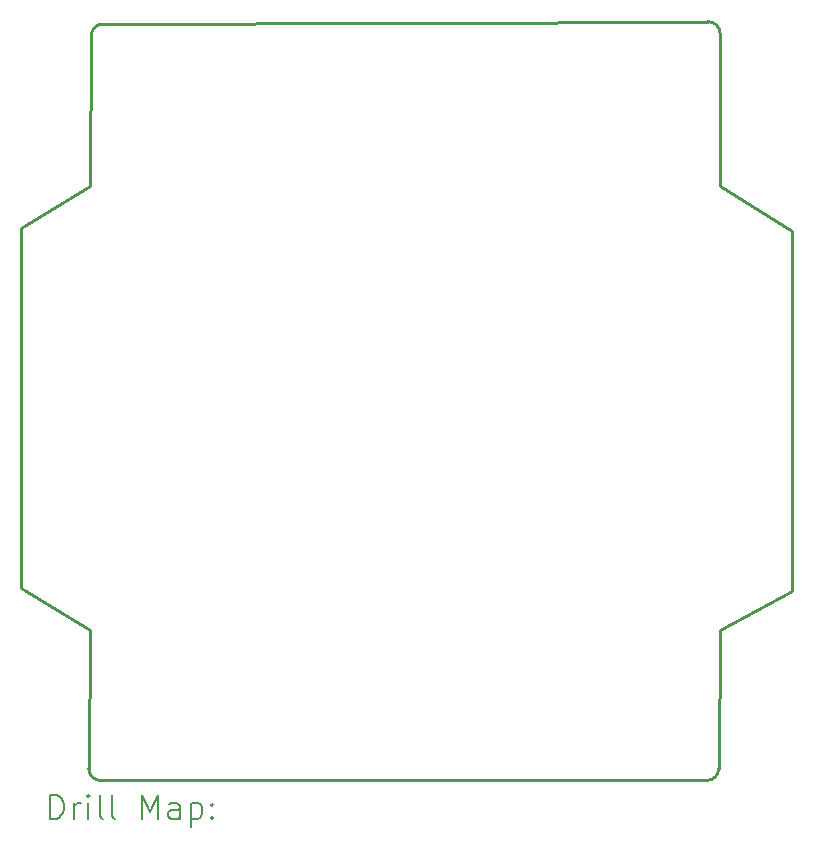
<source format=gbr>
%TF.GenerationSoftware,KiCad,Pcbnew,7.0.6*%
%TF.CreationDate,2024-05-04T22:08:19-04:00*%
%TF.ProjectId,rearbox,72656172-626f-4782-9e6b-696361645f70,rev?*%
%TF.SameCoordinates,Original*%
%TF.FileFunction,Drillmap*%
%TF.FilePolarity,Positive*%
%FSLAX45Y45*%
G04 Gerber Fmt 4.5, Leading zero omitted, Abs format (unit mm)*
G04 Created by KiCad (PCBNEW 7.0.6) date 2024-05-04 22:08:19*
%MOMM*%
%LPD*%
G01*
G04 APERTURE LIST*
%ADD10C,0.250000*%
%ADD11C,0.200000*%
G04 APERTURE END LIST*
D10*
X23245600Y-4180100D02*
X23243540Y-4612768D01*
X17325340Y-8878570D02*
X17325340Y-5830570D01*
X23134172Y-10504172D02*
G75*
G03*
X23234169Y-10404965I-2J100002D01*
G01*
X17900183Y-10403375D02*
G75*
G03*
X18000178Y-10504170I99997J-795D01*
G01*
X23243540Y-5467897D02*
X23858220Y-5850890D01*
X17909540Y-9226550D02*
X17325340Y-8878570D01*
X18020938Y-4099183D02*
X23145219Y-4079625D01*
X23858220Y-5850890D02*
X23858220Y-8898890D01*
X23858220Y-8898890D02*
X23243540Y-9226550D01*
X23243540Y-4612768D02*
X23243540Y-5467897D01*
X23134172Y-10504170D02*
X18000178Y-10504170D01*
X17900182Y-10403375D02*
X17909540Y-9226550D01*
X17909540Y-5467897D02*
X17921324Y-4198255D01*
X23243540Y-9226550D02*
X23234169Y-10404965D01*
X17325340Y-5830570D02*
X17909540Y-5467897D01*
X23245594Y-4180100D02*
G75*
G03*
X23145219Y-4079625I-99995J480D01*
G01*
X18020938Y-4099180D02*
G75*
G03*
X17921324Y-4198255I382J-100000D01*
G01*
D11*
X17573617Y-10828154D02*
X17573617Y-10628154D01*
X17573617Y-10628154D02*
X17621236Y-10628154D01*
X17621236Y-10628154D02*
X17649807Y-10637678D01*
X17649807Y-10637678D02*
X17668855Y-10656725D01*
X17668855Y-10656725D02*
X17678379Y-10675773D01*
X17678379Y-10675773D02*
X17687903Y-10713868D01*
X17687903Y-10713868D02*
X17687903Y-10742440D01*
X17687903Y-10742440D02*
X17678379Y-10780535D01*
X17678379Y-10780535D02*
X17668855Y-10799582D01*
X17668855Y-10799582D02*
X17649807Y-10818630D01*
X17649807Y-10818630D02*
X17621236Y-10828154D01*
X17621236Y-10828154D02*
X17573617Y-10828154D01*
X17773617Y-10828154D02*
X17773617Y-10694820D01*
X17773617Y-10732916D02*
X17783141Y-10713868D01*
X17783141Y-10713868D02*
X17792664Y-10704344D01*
X17792664Y-10704344D02*
X17811712Y-10694820D01*
X17811712Y-10694820D02*
X17830760Y-10694820D01*
X17897426Y-10828154D02*
X17897426Y-10694820D01*
X17897426Y-10628154D02*
X17887903Y-10637678D01*
X17887903Y-10637678D02*
X17897426Y-10647201D01*
X17897426Y-10647201D02*
X17906950Y-10637678D01*
X17906950Y-10637678D02*
X17897426Y-10628154D01*
X17897426Y-10628154D02*
X17897426Y-10647201D01*
X18021236Y-10828154D02*
X18002188Y-10818630D01*
X18002188Y-10818630D02*
X17992664Y-10799582D01*
X17992664Y-10799582D02*
X17992664Y-10628154D01*
X18125998Y-10828154D02*
X18106950Y-10818630D01*
X18106950Y-10818630D02*
X18097426Y-10799582D01*
X18097426Y-10799582D02*
X18097426Y-10628154D01*
X18354569Y-10828154D02*
X18354569Y-10628154D01*
X18354569Y-10628154D02*
X18421236Y-10771011D01*
X18421236Y-10771011D02*
X18487903Y-10628154D01*
X18487903Y-10628154D02*
X18487903Y-10828154D01*
X18668855Y-10828154D02*
X18668855Y-10723392D01*
X18668855Y-10723392D02*
X18659331Y-10704344D01*
X18659331Y-10704344D02*
X18640284Y-10694820D01*
X18640284Y-10694820D02*
X18602188Y-10694820D01*
X18602188Y-10694820D02*
X18583141Y-10704344D01*
X18668855Y-10818630D02*
X18649807Y-10828154D01*
X18649807Y-10828154D02*
X18602188Y-10828154D01*
X18602188Y-10828154D02*
X18583141Y-10818630D01*
X18583141Y-10818630D02*
X18573617Y-10799582D01*
X18573617Y-10799582D02*
X18573617Y-10780535D01*
X18573617Y-10780535D02*
X18583141Y-10761487D01*
X18583141Y-10761487D02*
X18602188Y-10751963D01*
X18602188Y-10751963D02*
X18649807Y-10751963D01*
X18649807Y-10751963D02*
X18668855Y-10742440D01*
X18764093Y-10694820D02*
X18764093Y-10894820D01*
X18764093Y-10704344D02*
X18783141Y-10694820D01*
X18783141Y-10694820D02*
X18821236Y-10694820D01*
X18821236Y-10694820D02*
X18840284Y-10704344D01*
X18840284Y-10704344D02*
X18849807Y-10713868D01*
X18849807Y-10713868D02*
X18859331Y-10732916D01*
X18859331Y-10732916D02*
X18859331Y-10790059D01*
X18859331Y-10790059D02*
X18849807Y-10809106D01*
X18849807Y-10809106D02*
X18840284Y-10818630D01*
X18840284Y-10818630D02*
X18821236Y-10828154D01*
X18821236Y-10828154D02*
X18783141Y-10828154D01*
X18783141Y-10828154D02*
X18764093Y-10818630D01*
X18945045Y-10809106D02*
X18954569Y-10818630D01*
X18954569Y-10818630D02*
X18945045Y-10828154D01*
X18945045Y-10828154D02*
X18935522Y-10818630D01*
X18935522Y-10818630D02*
X18945045Y-10809106D01*
X18945045Y-10809106D02*
X18945045Y-10828154D01*
X18945045Y-10704344D02*
X18954569Y-10713868D01*
X18954569Y-10713868D02*
X18945045Y-10723392D01*
X18945045Y-10723392D02*
X18935522Y-10713868D01*
X18935522Y-10713868D02*
X18945045Y-10704344D01*
X18945045Y-10704344D02*
X18945045Y-10723392D01*
M02*

</source>
